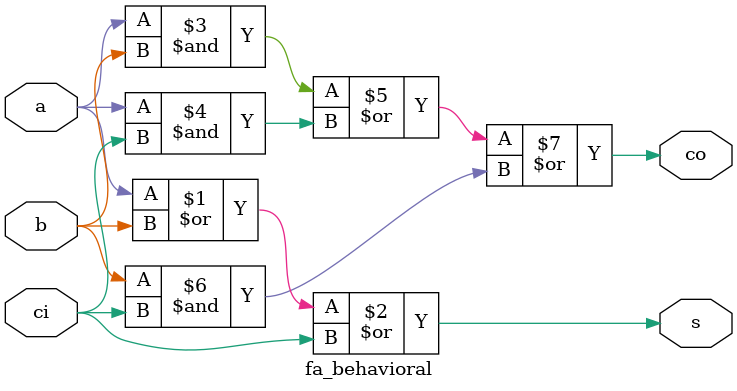
<source format=v>
module fa_behavioral(a,b,ci,s,co);
       input a,b;
       input ci;
       output  s;
       output co;



       assign s=(a|b|ci);
       assign co=((a&b)|(a&ci)|(b&ci));



endmodule

</source>
